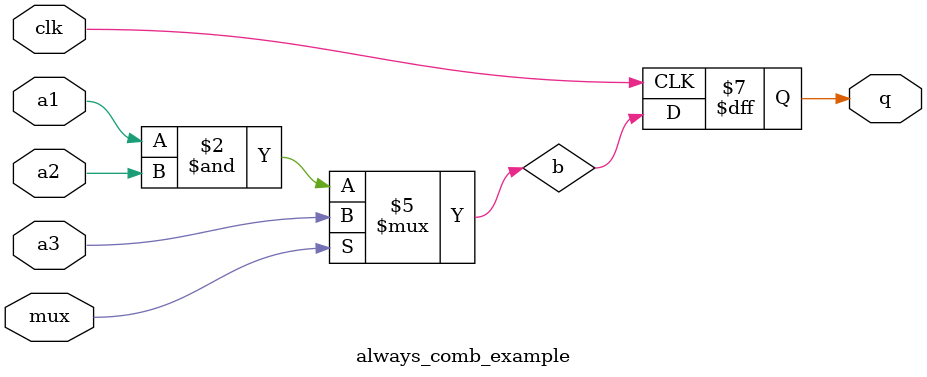
<source format=sv>
`timescale 1ns / 1ps

module always_comb_example(
    input wire a1,
    input wire a2,
    input wire a3,
    input wire clk,
    input wire mux,
    output reg q
    );

reg b;

always_comb begin 
    b = a1 & a2;
    if (mux) b = a3;
end

always_ff @ (posedge clk) q <= b;
      
endmodule
</source>
